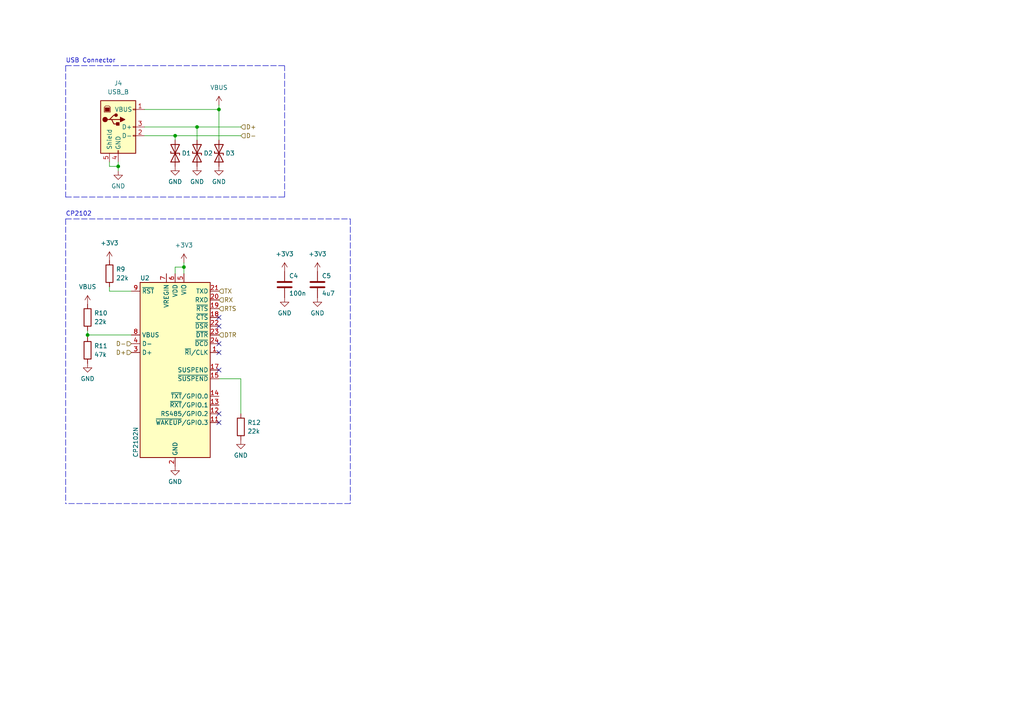
<source format=kicad_sch>
(kicad_sch (version 20211123) (generator eeschema)

  (uuid e8d1532d-81f3-47f2-b3e9-12d824166074)

  (paper "A4")

  (title_block
    (title "TermoPLC - Control Board")
    (date "2023-02-22")
    (rev "2")
    (company "PUT RocketLab")
    (comment 1 "Kacper Kaczmarek")
    (comment 2 "Designed by:")
  )

  (lib_symbols
    (symbol "Connector:USB_B" (pin_names (offset 1.016)) (in_bom yes) (on_board yes)
      (property "Reference" "J" (id 0) (at -5.08 11.43 0)
        (effects (font (size 1.27 1.27)) (justify left))
      )
      (property "Value" "USB_B" (id 1) (at -5.08 8.89 0)
        (effects (font (size 1.27 1.27)) (justify left))
      )
      (property "Footprint" "" (id 2) (at 3.81 -1.27 0)
        (effects (font (size 1.27 1.27)) hide)
      )
      (property "Datasheet" " ~" (id 3) (at 3.81 -1.27 0)
        (effects (font (size 1.27 1.27)) hide)
      )
      (property "ki_keywords" "connector USB" (id 4) (at 0 0 0)
        (effects (font (size 1.27 1.27)) hide)
      )
      (property "ki_description" "USB Type B connector" (id 5) (at 0 0 0)
        (effects (font (size 1.27 1.27)) hide)
      )
      (property "ki_fp_filters" "USB*" (id 6) (at 0 0 0)
        (effects (font (size 1.27 1.27)) hide)
      )
      (symbol "USB_B_0_1"
        (rectangle (start -5.08 -7.62) (end 5.08 7.62)
          (stroke (width 0.254) (type default) (color 0 0 0 0))
          (fill (type background))
        )
        (circle (center -3.81 2.159) (radius 0.635)
          (stroke (width 0.254) (type default) (color 0 0 0 0))
          (fill (type outline))
        )
        (rectangle (start -3.81 5.588) (end -2.54 4.572)
          (stroke (width 0) (type default) (color 0 0 0 0))
          (fill (type outline))
        )
        (circle (center -0.635 3.429) (radius 0.381)
          (stroke (width 0.254) (type default) (color 0 0 0 0))
          (fill (type outline))
        )
        (rectangle (start -0.127 -7.62) (end 0.127 -6.858)
          (stroke (width 0) (type default) (color 0 0 0 0))
          (fill (type none))
        )
        (polyline
          (pts
            (xy -1.905 2.159)
            (xy 0.635 2.159)
          )
          (stroke (width 0.254) (type default) (color 0 0 0 0))
          (fill (type none))
        )
        (polyline
          (pts
            (xy -3.175 2.159)
            (xy -2.54 2.159)
            (xy -1.27 3.429)
            (xy -0.635 3.429)
          )
          (stroke (width 0.254) (type default) (color 0 0 0 0))
          (fill (type none))
        )
        (polyline
          (pts
            (xy -2.54 2.159)
            (xy -1.905 2.159)
            (xy -1.27 0.889)
            (xy 0 0.889)
          )
          (stroke (width 0.254) (type default) (color 0 0 0 0))
          (fill (type none))
        )
        (polyline
          (pts
            (xy 0.635 2.794)
            (xy 0.635 1.524)
            (xy 1.905 2.159)
            (xy 0.635 2.794)
          )
          (stroke (width 0.254) (type default) (color 0 0 0 0))
          (fill (type outline))
        )
        (polyline
          (pts
            (xy -4.064 4.318)
            (xy -2.286 4.318)
            (xy -2.286 5.715)
            (xy -2.667 6.096)
            (xy -3.683 6.096)
            (xy -4.064 5.715)
            (xy -4.064 4.318)
          )
          (stroke (width 0) (type default) (color 0 0 0 0))
          (fill (type none))
        )
        (rectangle (start 0.254 1.27) (end -0.508 0.508)
          (stroke (width 0.254) (type default) (color 0 0 0 0))
          (fill (type outline))
        )
        (rectangle (start 5.08 -2.667) (end 4.318 -2.413)
          (stroke (width 0) (type default) (color 0 0 0 0))
          (fill (type none))
        )
        (rectangle (start 5.08 -0.127) (end 4.318 0.127)
          (stroke (width 0) (type default) (color 0 0 0 0))
          (fill (type none))
        )
        (rectangle (start 5.08 4.953) (end 4.318 5.207)
          (stroke (width 0) (type default) (color 0 0 0 0))
          (fill (type none))
        )
      )
      (symbol "USB_B_1_1"
        (pin power_out line (at 7.62 5.08 180) (length 2.54)
          (name "VBUS" (effects (font (size 1.27 1.27))))
          (number "1" (effects (font (size 1.27 1.27))))
        )
        (pin bidirectional line (at 7.62 -2.54 180) (length 2.54)
          (name "D-" (effects (font (size 1.27 1.27))))
          (number "2" (effects (font (size 1.27 1.27))))
        )
        (pin bidirectional line (at 7.62 0 180) (length 2.54)
          (name "D+" (effects (font (size 1.27 1.27))))
          (number "3" (effects (font (size 1.27 1.27))))
        )
        (pin power_out line (at 0 -10.16 90) (length 2.54)
          (name "GND" (effects (font (size 1.27 1.27))))
          (number "4" (effects (font (size 1.27 1.27))))
        )
        (pin passive line (at -2.54 -10.16 90) (length 2.54)
          (name "Shield" (effects (font (size 1.27 1.27))))
          (number "5" (effects (font (size 1.27 1.27))))
        )
      )
    )
    (symbol "Device:C" (pin_numbers hide) (pin_names (offset 0.254)) (in_bom yes) (on_board yes)
      (property "Reference" "C" (id 0) (at 0.635 2.54 0)
        (effects (font (size 1.27 1.27)) (justify left))
      )
      (property "Value" "C" (id 1) (at 0.635 -2.54 0)
        (effects (font (size 1.27 1.27)) (justify left))
      )
      (property "Footprint" "" (id 2) (at 0.9652 -3.81 0)
        (effects (font (size 1.27 1.27)) hide)
      )
      (property "Datasheet" "~" (id 3) (at 0 0 0)
        (effects (font (size 1.27 1.27)) hide)
      )
      (property "ki_keywords" "cap capacitor" (id 4) (at 0 0 0)
        (effects (font (size 1.27 1.27)) hide)
      )
      (property "ki_description" "Unpolarized capacitor" (id 5) (at 0 0 0)
        (effects (font (size 1.27 1.27)) hide)
      )
      (property "ki_fp_filters" "C_*" (id 6) (at 0 0 0)
        (effects (font (size 1.27 1.27)) hide)
      )
      (symbol "C_0_1"
        (polyline
          (pts
            (xy -2.032 -0.762)
            (xy 2.032 -0.762)
          )
          (stroke (width 0.508) (type default) (color 0 0 0 0))
          (fill (type none))
        )
        (polyline
          (pts
            (xy -2.032 0.762)
            (xy 2.032 0.762)
          )
          (stroke (width 0.508) (type default) (color 0 0 0 0))
          (fill (type none))
        )
      )
      (symbol "C_1_1"
        (pin passive line (at 0 3.81 270) (length 2.794)
          (name "~" (effects (font (size 1.27 1.27))))
          (number "1" (effects (font (size 1.27 1.27))))
        )
        (pin passive line (at 0 -3.81 90) (length 2.794)
          (name "~" (effects (font (size 1.27 1.27))))
          (number "2" (effects (font (size 1.27 1.27))))
        )
      )
    )
    (symbol "Device:D_TVS" (pin_numbers hide) (pin_names (offset 1.016) hide) (in_bom yes) (on_board yes)
      (property "Reference" "D" (id 0) (at 0 2.54 0)
        (effects (font (size 1.27 1.27)))
      )
      (property "Value" "D_TVS" (id 1) (at 0 -2.54 0)
        (effects (font (size 1.27 1.27)))
      )
      (property "Footprint" "" (id 2) (at 0 0 0)
        (effects (font (size 1.27 1.27)) hide)
      )
      (property "Datasheet" "~" (id 3) (at 0 0 0)
        (effects (font (size 1.27 1.27)) hide)
      )
      (property "ki_keywords" "diode TVS thyrector" (id 4) (at 0 0 0)
        (effects (font (size 1.27 1.27)) hide)
      )
      (property "ki_description" "Bidirectional transient-voltage-suppression diode" (id 5) (at 0 0 0)
        (effects (font (size 1.27 1.27)) hide)
      )
      (property "ki_fp_filters" "TO-???* *_Diode_* *SingleDiode* D_*" (id 6) (at 0 0 0)
        (effects (font (size 1.27 1.27)) hide)
      )
      (symbol "D_TVS_0_1"
        (polyline
          (pts
            (xy 1.27 0)
            (xy -1.27 0)
          )
          (stroke (width 0) (type default) (color 0 0 0 0))
          (fill (type none))
        )
        (polyline
          (pts
            (xy 0.508 1.27)
            (xy 0 1.27)
            (xy 0 -1.27)
            (xy -0.508 -1.27)
          )
          (stroke (width 0.254) (type default) (color 0 0 0 0))
          (fill (type none))
        )
        (polyline
          (pts
            (xy -2.54 1.27)
            (xy -2.54 -1.27)
            (xy 2.54 1.27)
            (xy 2.54 -1.27)
            (xy -2.54 1.27)
          )
          (stroke (width 0.254) (type default) (color 0 0 0 0))
          (fill (type none))
        )
      )
      (symbol "D_TVS_1_1"
        (pin passive line (at -3.81 0 0) (length 2.54)
          (name "A1" (effects (font (size 1.27 1.27))))
          (number "1" (effects (font (size 1.27 1.27))))
        )
        (pin passive line (at 3.81 0 180) (length 2.54)
          (name "A2" (effects (font (size 1.27 1.27))))
          (number "2" (effects (font (size 1.27 1.27))))
        )
      )
    )
    (symbol "Device:R" (pin_numbers hide) (pin_names (offset 0)) (in_bom yes) (on_board yes)
      (property "Reference" "R" (id 0) (at 2.032 0 90)
        (effects (font (size 1.27 1.27)))
      )
      (property "Value" "R" (id 1) (at 0 0 90)
        (effects (font (size 1.27 1.27)))
      )
      (property "Footprint" "" (id 2) (at -1.778 0 90)
        (effects (font (size 1.27 1.27)) hide)
      )
      (property "Datasheet" "~" (id 3) (at 0 0 0)
        (effects (font (size 1.27 1.27)) hide)
      )
      (property "ki_keywords" "R res resistor" (id 4) (at 0 0 0)
        (effects (font (size 1.27 1.27)) hide)
      )
      (property "ki_description" "Resistor" (id 5) (at 0 0 0)
        (effects (font (size 1.27 1.27)) hide)
      )
      (property "ki_fp_filters" "R_*" (id 6) (at 0 0 0)
        (effects (font (size 1.27 1.27)) hide)
      )
      (symbol "R_0_1"
        (rectangle (start -1.016 -2.54) (end 1.016 2.54)
          (stroke (width 0.254) (type default) (color 0 0 0 0))
          (fill (type none))
        )
      )
      (symbol "R_1_1"
        (pin passive line (at 0 3.81 270) (length 1.27)
          (name "~" (effects (font (size 1.27 1.27))))
          (number "1" (effects (font (size 1.27 1.27))))
        )
        (pin passive line (at 0 -3.81 90) (length 1.27)
          (name "~" (effects (font (size 1.27 1.27))))
          (number "2" (effects (font (size 1.27 1.27))))
        )
      )
    )
    (symbol "Interface_USB:CP2102N-Axx-xQFN24" (in_bom yes) (on_board yes)
      (property "Reference" "U" (id 0) (at -8.89 26.67 0)
        (effects (font (size 1.27 1.27)))
      )
      (property "Value" "CP2102N-Axx-xQFN24" (id 1) (at 13.97 26.67 0)
        (effects (font (size 1.27 1.27)))
      )
      (property "Footprint" "Package_DFN_QFN:QFN-24-1EP_4x4mm_P0.5mm_EP2.6x2.6mm" (id 2) (at 31.75 -26.67 0)
        (effects (font (size 1.27 1.27)) hide)
      )
      (property "Datasheet" "https://www.silabs.com/documents/public/data-sheets/cp2102n-datasheet.pdf" (id 3) (at 1.27 -19.05 0)
        (effects (font (size 1.27 1.27)) hide)
      )
      (property "ki_keywords" "USB UART bridge" (id 4) (at 0 0 0)
        (effects (font (size 1.27 1.27)) hide)
      )
      (property "ki_description" "USB to UART master bridge, QFN-24" (id 5) (at 0 0 0)
        (effects (font (size 1.27 1.27)) hide)
      )
      (property "ki_fp_filters" "QFN*4x4mm*P0.5mm*" (id 6) (at 0 0 0)
        (effects (font (size 1.27 1.27)) hide)
      )
      (symbol "CP2102N-Axx-xQFN24_0_1"
        (rectangle (start -10.16 25.4) (end 10.16 -25.4)
          (stroke (width 0.254) (type default) (color 0 0 0 0))
          (fill (type background))
        )
      )
      (symbol "CP2102N-Axx-xQFN24_1_1"
        (pin bidirectional line (at 12.7 5.08 180) (length 2.54)
          (name "~{RI}/CLK" (effects (font (size 1.27 1.27))))
          (number "1" (effects (font (size 1.27 1.27))))
        )
        (pin no_connect line (at -10.16 -22.86 0) (length 2.54) hide
          (name "NC" (effects (font (size 1.27 1.27))))
          (number "10" (effects (font (size 1.27 1.27))))
        )
        (pin bidirectional line (at 12.7 -15.24 180) (length 2.54)
          (name "~{WAKEUP}/GPIO.3" (effects (font (size 1.27 1.27))))
          (number "11" (effects (font (size 1.27 1.27))))
        )
        (pin bidirectional line (at 12.7 -12.7 180) (length 2.54)
          (name "RS485/GPIO.2" (effects (font (size 1.27 1.27))))
          (number "12" (effects (font (size 1.27 1.27))))
        )
        (pin bidirectional line (at 12.7 -10.16 180) (length 2.54)
          (name "~{RXT}/GPIO.1" (effects (font (size 1.27 1.27))))
          (number "13" (effects (font (size 1.27 1.27))))
        )
        (pin bidirectional line (at 12.7 -7.62 180) (length 2.54)
          (name "~{TXT}/GPIO.0" (effects (font (size 1.27 1.27))))
          (number "14" (effects (font (size 1.27 1.27))))
        )
        (pin output line (at 12.7 -2.54 180) (length 2.54)
          (name "~{SUSPEND}" (effects (font (size 1.27 1.27))))
          (number "15" (effects (font (size 1.27 1.27))))
        )
        (pin no_connect line (at 10.16 -22.86 180) (length 2.54) hide
          (name "NC" (effects (font (size 1.27 1.27))))
          (number "16" (effects (font (size 1.27 1.27))))
        )
        (pin output line (at 12.7 0 180) (length 2.54)
          (name "SUSPEND" (effects (font (size 1.27 1.27))))
          (number "17" (effects (font (size 1.27 1.27))))
        )
        (pin input line (at 12.7 15.24 180) (length 2.54)
          (name "~{CTS}" (effects (font (size 1.27 1.27))))
          (number "18" (effects (font (size 1.27 1.27))))
        )
        (pin output line (at 12.7 17.78 180) (length 2.54)
          (name "~{RTS}" (effects (font (size 1.27 1.27))))
          (number "19" (effects (font (size 1.27 1.27))))
        )
        (pin power_in line (at 0 -27.94 90) (length 2.54)
          (name "GND" (effects (font (size 1.27 1.27))))
          (number "2" (effects (font (size 1.27 1.27))))
        )
        (pin input line (at 12.7 20.32 180) (length 2.54)
          (name "RXD" (effects (font (size 1.27 1.27))))
          (number "20" (effects (font (size 1.27 1.27))))
        )
        (pin output line (at 12.7 22.86 180) (length 2.54)
          (name "TXD" (effects (font (size 1.27 1.27))))
          (number "21" (effects (font (size 1.27 1.27))))
        )
        (pin input line (at 12.7 12.7 180) (length 2.54)
          (name "~{DSR}" (effects (font (size 1.27 1.27))))
          (number "22" (effects (font (size 1.27 1.27))))
        )
        (pin output line (at 12.7 10.16 180) (length 2.54)
          (name "~{DTR}" (effects (font (size 1.27 1.27))))
          (number "23" (effects (font (size 1.27 1.27))))
        )
        (pin input line (at 12.7 7.62 180) (length 2.54)
          (name "~{DCD}" (effects (font (size 1.27 1.27))))
          (number "24" (effects (font (size 1.27 1.27))))
        )
        (pin passive line (at 0 -27.94 90) (length 2.54) hide
          (name "GND" (effects (font (size 1.27 1.27))))
          (number "25" (effects (font (size 1.27 1.27))))
        )
        (pin bidirectional line (at -12.7 5.08 0) (length 2.54)
          (name "D+" (effects (font (size 1.27 1.27))))
          (number "3" (effects (font (size 1.27 1.27))))
        )
        (pin bidirectional line (at -12.7 7.62 0) (length 2.54)
          (name "D-" (effects (font (size 1.27 1.27))))
          (number "4" (effects (font (size 1.27 1.27))))
        )
        (pin power_in line (at 2.54 27.94 270) (length 2.54)
          (name "VIO" (effects (font (size 1.27 1.27))))
          (number "5" (effects (font (size 1.27 1.27))))
        )
        (pin power_in line (at 0 27.94 270) (length 2.54)
          (name "VDD" (effects (font (size 1.27 1.27))))
          (number "6" (effects (font (size 1.27 1.27))))
        )
        (pin power_in line (at -2.54 27.94 270) (length 2.54)
          (name "VREGIN" (effects (font (size 1.27 1.27))))
          (number "7" (effects (font (size 1.27 1.27))))
        )
        (pin input line (at -12.7 10.16 0) (length 2.54)
          (name "VBUS" (effects (font (size 1.27 1.27))))
          (number "8" (effects (font (size 1.27 1.27))))
        )
        (pin input line (at -12.7 22.86 0) (length 2.54)
          (name "~{RST}" (effects (font (size 1.27 1.27))))
          (number "9" (effects (font (size 1.27 1.27))))
        )
      )
    )
    (symbol "power:+3V3" (power) (pin_names (offset 0)) (in_bom yes) (on_board yes)
      (property "Reference" "#PWR" (id 0) (at 0 -3.81 0)
        (effects (font (size 1.27 1.27)) hide)
      )
      (property "Value" "+3V3" (id 1) (at 0 3.556 0)
        (effects (font (size 1.27 1.27)))
      )
      (property "Footprint" "" (id 2) (at 0 0 0)
        (effects (font (size 1.27 1.27)) hide)
      )
      (property "Datasheet" "" (id 3) (at 0 0 0)
        (effects (font (size 1.27 1.27)) hide)
      )
      (property "ki_keywords" "power-flag" (id 4) (at 0 0 0)
        (effects (font (size 1.27 1.27)) hide)
      )
      (property "ki_description" "Power symbol creates a global label with name \"+3V3\"" (id 5) (at 0 0 0)
        (effects (font (size 1.27 1.27)) hide)
      )
      (symbol "+3V3_0_1"
        (polyline
          (pts
            (xy -0.762 1.27)
            (xy 0 2.54)
          )
          (stroke (width 0) (type default) (color 0 0 0 0))
          (fill (type none))
        )
        (polyline
          (pts
            (xy 0 0)
            (xy 0 2.54)
          )
          (stroke (width 0) (type default) (color 0 0 0 0))
          (fill (type none))
        )
        (polyline
          (pts
            (xy 0 2.54)
            (xy 0.762 1.27)
          )
          (stroke (width 0) (type default) (color 0 0 0 0))
          (fill (type none))
        )
      )
      (symbol "+3V3_1_1"
        (pin power_in line (at 0 0 90) (length 0) hide
          (name "+3V3" (effects (font (size 1.27 1.27))))
          (number "1" (effects (font (size 1.27 1.27))))
        )
      )
    )
    (symbol "power:GND" (power) (pin_names (offset 0)) (in_bom yes) (on_board yes)
      (property "Reference" "#PWR" (id 0) (at 0 -6.35 0)
        (effects (font (size 1.27 1.27)) hide)
      )
      (property "Value" "GND" (id 1) (at 0 -3.81 0)
        (effects (font (size 1.27 1.27)))
      )
      (property "Footprint" "" (id 2) (at 0 0 0)
        (effects (font (size 1.27 1.27)) hide)
      )
      (property "Datasheet" "" (id 3) (at 0 0 0)
        (effects (font (size 1.27 1.27)) hide)
      )
      (property "ki_keywords" "power-flag" (id 4) (at 0 0 0)
        (effects (font (size 1.27 1.27)) hide)
      )
      (property "ki_description" "Power symbol creates a global label with name \"GND\" , ground" (id 5) (at 0 0 0)
        (effects (font (size 1.27 1.27)) hide)
      )
      (symbol "GND_0_1"
        (polyline
          (pts
            (xy 0 0)
            (xy 0 -1.27)
            (xy 1.27 -1.27)
            (xy 0 -2.54)
            (xy -1.27 -1.27)
            (xy 0 -1.27)
          )
          (stroke (width 0) (type default) (color 0 0 0 0))
          (fill (type none))
        )
      )
      (symbol "GND_1_1"
        (pin power_in line (at 0 0 270) (length 0) hide
          (name "GND" (effects (font (size 1.27 1.27))))
          (number "1" (effects (font (size 1.27 1.27))))
        )
      )
    )
    (symbol "power:VBUS" (power) (pin_names (offset 0)) (in_bom yes) (on_board yes)
      (property "Reference" "#PWR" (id 0) (at 0 -3.81 0)
        (effects (font (size 1.27 1.27)) hide)
      )
      (property "Value" "VBUS" (id 1) (at 0 3.81 0)
        (effects (font (size 1.27 1.27)))
      )
      (property "Footprint" "" (id 2) (at 0 0 0)
        (effects (font (size 1.27 1.27)) hide)
      )
      (property "Datasheet" "" (id 3) (at 0 0 0)
        (effects (font (size 1.27 1.27)) hide)
      )
      (property "ki_keywords" "power-flag" (id 4) (at 0 0 0)
        (effects (font (size 1.27 1.27)) hide)
      )
      (property "ki_description" "Power symbol creates a global label with name \"VBUS\"" (id 5) (at 0 0 0)
        (effects (font (size 1.27 1.27)) hide)
      )
      (symbol "VBUS_0_1"
        (polyline
          (pts
            (xy -0.762 1.27)
            (xy 0 2.54)
          )
          (stroke (width 0) (type default) (color 0 0 0 0))
          (fill (type none))
        )
        (polyline
          (pts
            (xy 0 0)
            (xy 0 2.54)
          )
          (stroke (width 0) (type default) (color 0 0 0 0))
          (fill (type none))
        )
        (polyline
          (pts
            (xy 0 2.54)
            (xy 0.762 1.27)
          )
          (stroke (width 0) (type default) (color 0 0 0 0))
          (fill (type none))
        )
      )
      (symbol "VBUS_1_1"
        (pin power_in line (at 0 0 90) (length 0) hide
          (name "VBUS" (effects (font (size 1.27 1.27))))
          (number "1" (effects (font (size 1.27 1.27))))
        )
      )
    )
  )

  (junction (at 57.15 36.83) (diameter 0) (color 0 0 0 0)
    (uuid 10ab5a8d-ed7f-409c-a1d4-22a2b35d39d1)
  )
  (junction (at 50.8 39.37) (diameter 0) (color 0 0 0 0)
    (uuid 3e877043-8449-4792-a6f1-c44cff2894f1)
  )
  (junction (at 63.5 31.75) (diameter 0) (color 0 0 0 0)
    (uuid 8cda020a-ced3-44ec-be6c-0f54aee8ff0b)
  )
  (junction (at 25.4 97.155) (diameter 0) (color 0 0 0 0)
    (uuid ad26eef8-f038-4f91-b73d-9098875a8c69)
  )
  (junction (at 53.34 77.47) (diameter 0) (color 0 0 0 0)
    (uuid cf47b399-ec7f-4ebc-87f7-52c9e7a1dfc7)
  )
  (junction (at 34.29 48.26) (diameter 0) (color 0 0 0 0)
    (uuid efead83c-9fa7-4768-867f-84e7a8196dfc)
  )

  (no_connect (at 63.5 94.615) (uuid 3d48fceb-7bf2-4213-9639-547bcc749137))
  (no_connect (at 63.5 102.235) (uuid 412d61ea-5515-4022-8a42-041aecee45d3))
  (no_connect (at 63.5 99.695) (uuid aabd4d4e-c0c1-4dff-8915-1cfe67c873c3))
  (no_connect (at 63.5 120.015) (uuid aabd4d4e-c0c1-4dff-8915-1cfe67c873c5))
  (no_connect (at 63.5 122.555) (uuid aabd4d4e-c0c1-4dff-8915-1cfe67c873c6))
  (no_connect (at 63.5 107.315) (uuid aabd4d4e-c0c1-4dff-8915-1cfe67c873c9))
  (no_connect (at 63.5 92.075) (uuid d6babea8-3990-4dab-b875-e9e19757c3d2))

  (wire (pts (xy 57.15 36.83) (xy 57.15 40.64))
    (stroke (width 0) (type default) (color 0 0 0 0))
    (uuid 0b39bfc4-477d-4f66-b63d-5ae7734233eb)
  )
  (wire (pts (xy 69.85 120.015) (xy 69.85 109.855))
    (stroke (width 0) (type default) (color 0 0 0 0))
    (uuid 17e3ad1c-f291-4702-a140-1ef75236881c)
  )
  (wire (pts (xy 41.91 31.75) (xy 63.5 31.75))
    (stroke (width 0) (type default) (color 0 0 0 0))
    (uuid 2400d3d1-f559-4c67-ae63-bc30f4161895)
  )
  (polyline (pts (xy 19.05 19.05) (xy 82.55 19.05))
    (stroke (width 0) (type default) (color 0 0 0 0))
    (uuid 2ad704d5-84ef-4f62-b591-e8625c0d616b)
  )

  (wire (pts (xy 57.15 36.83) (xy 69.85 36.83))
    (stroke (width 0) (type default) (color 0 0 0 0))
    (uuid 2f60beed-f299-48bf-a5ea-cc26bcbc5463)
  )
  (wire (pts (xy 50.8 79.375) (xy 50.8 77.47))
    (stroke (width 0) (type default) (color 0 0 0 0))
    (uuid 2fe147f4-e915-4ba7-80df-18a57583518d)
  )
  (wire (pts (xy 25.4 97.155) (xy 25.4 97.79))
    (stroke (width 0) (type default) (color 0 0 0 0))
    (uuid 30c2ec76-21e7-48e3-b0e6-45f0ca210b8b)
  )
  (wire (pts (xy 50.8 39.37) (xy 50.8 40.64))
    (stroke (width 0) (type default) (color 0 0 0 0))
    (uuid 335dde65-c7ca-443d-9ef3-43173615bd12)
  )
  (wire (pts (xy 53.34 77.47) (xy 53.34 79.375))
    (stroke (width 0) (type default) (color 0 0 0 0))
    (uuid 340d7c90-c4c4-442d-8d82-2a18a0f19a3c)
  )
  (wire (pts (xy 50.8 39.37) (xy 69.85 39.37))
    (stroke (width 0) (type default) (color 0 0 0 0))
    (uuid 38f7983e-5258-41ac-b4e8-2e7e5f7df09f)
  )
  (wire (pts (xy 34.29 46.99) (xy 34.29 48.26))
    (stroke (width 0) (type default) (color 0 0 0 0))
    (uuid 395fb972-eeb7-44d1-9aa7-038f777426e9)
  )
  (polyline (pts (xy 82.55 57.15) (xy 82.55 19.05))
    (stroke (width 0) (type default) (color 0 0 0 0))
    (uuid 4d6b8ae5-b672-4902-bbed-596eb874f68a)
  )
  (polyline (pts (xy 19.05 57.15) (xy 82.55 57.15))
    (stroke (width 0) (type default) (color 0 0 0 0))
    (uuid 561ca58b-d3f9-4194-8775-027e3d576f87)
  )

  (wire (pts (xy 53.34 76.2) (xy 53.34 77.47))
    (stroke (width 0) (type default) (color 0 0 0 0))
    (uuid 5df320a7-2296-4ca8-99ff-343756732e67)
  )
  (polyline (pts (xy 19.05 63.5) (xy 19.05 146.05))
    (stroke (width 0) (type default) (color 0 0 0 0))
    (uuid 6963ed08-70bf-40df-a586-67d6a7bcd24d)
  )

  (wire (pts (xy 69.85 109.855) (xy 63.5 109.855))
    (stroke (width 0) (type default) (color 0 0 0 0))
    (uuid 6bd9e2e6-f880-4b95-abeb-a7779526b27c)
  )
  (wire (pts (xy 25.4 97.155) (xy 38.1 97.155))
    (stroke (width 0) (type default) (color 0 0 0 0))
    (uuid 72dcbedd-e54e-4128-b2c2-abf4ca02a61e)
  )
  (polyline (pts (xy 19.05 63.5) (xy 101.6 63.5))
    (stroke (width 0) (type default) (color 0 0 0 0))
    (uuid 80d838af-fb33-4b6f-aea4-c877e5af7aa6)
  )

  (wire (pts (xy 34.29 48.26) (xy 34.29 49.53))
    (stroke (width 0) (type default) (color 0 0 0 0))
    (uuid 8d13c698-ab70-47b5-af2d-0e29da1858c4)
  )
  (polyline (pts (xy 19.05 19.05) (xy 19.05 57.15))
    (stroke (width 0) (type default) (color 0 0 0 0))
    (uuid 9704ae17-fa7d-4d72-9a61-ab7d007680b5)
  )

  (wire (pts (xy 31.75 83.185) (xy 31.75 84.455))
    (stroke (width 0) (type default) (color 0 0 0 0))
    (uuid a1d021cf-69ae-4a28-af4e-885180096cc9)
  )
  (wire (pts (xy 31.75 46.99) (xy 31.75 48.26))
    (stroke (width 0) (type default) (color 0 0 0 0))
    (uuid b796d3e9-55fd-4599-87bf-47fe531ff585)
  )
  (wire (pts (xy 63.5 40.64) (xy 63.5 31.75))
    (stroke (width 0) (type default) (color 0 0 0 0))
    (uuid c707653d-82a1-472f-9701-4492a49b1cd1)
  )
  (wire (pts (xy 63.5 30.48) (xy 63.5 31.75))
    (stroke (width 0) (type default) (color 0 0 0 0))
    (uuid c708eecb-6b96-40d7-bf0c-e61e312c74b5)
  )
  (wire (pts (xy 41.91 39.37) (xy 50.8 39.37))
    (stroke (width 0) (type default) (color 0 0 0 0))
    (uuid ddacf6dc-1b25-4dcf-9024-5ea7cdeca7f0)
  )
  (wire (pts (xy 31.75 48.26) (xy 34.29 48.26))
    (stroke (width 0) (type default) (color 0 0 0 0))
    (uuid e6a3a068-e271-4f24-8e3b-ca11181f00a9)
  )
  (polyline (pts (xy 101.6 63.5) (xy 101.6 146.05))
    (stroke (width 0) (type default) (color 0 0 0 0))
    (uuid ea72e2db-5cf6-4f35-ab1e-0552562c2716)
  )

  (wire (pts (xy 50.8 77.47) (xy 53.34 77.47))
    (stroke (width 0) (type default) (color 0 0 0 0))
    (uuid ebb13f0a-42f6-48cd-9a94-ef15522660fd)
  )
  (polyline (pts (xy 101.6 146.05) (xy 19.05 146.05))
    (stroke (width 0) (type default) (color 0 0 0 0))
    (uuid ed64b22a-e4ef-445e-99ec-e058545db0d8)
  )

  (wire (pts (xy 41.91 36.83) (xy 57.15 36.83))
    (stroke (width 0) (type default) (color 0 0 0 0))
    (uuid ef1f87f3-1084-48de-82a6-ff339a6008dc)
  )
  (wire (pts (xy 31.75 84.455) (xy 38.1 84.455))
    (stroke (width 0) (type default) (color 0 0 0 0))
    (uuid f5e97f2a-9dd0-4038-ab4e-8dad23da91f7)
  )
  (wire (pts (xy 25.4 95.885) (xy 25.4 97.155))
    (stroke (width 0) (type default) (color 0 0 0 0))
    (uuid f886dc29-ec0d-4aab-b144-a54163803b5f)
  )

  (text "USB Connector" (at 19.05 18.415 0)
    (effects (font (size 1.27 1.27)) (justify left bottom))
    (uuid 49b69185-3cce-4b42-9498-79779003f41d)
  )
  (text "CP2102\n" (at 19.05 62.865 0)
    (effects (font (size 1.27 1.27)) (justify left bottom))
    (uuid 5a3dfcf5-6956-4f23-a36e-4d1d725ba284)
  )

  (hierarchical_label "D-" (shape input) (at 69.85 39.37 0)
    (effects (font (size 1.27 1.27)) (justify left))
    (uuid 438430df-1649-46a3-a419-088130febb9c)
  )
  (hierarchical_label "RTS" (shape input) (at 63.5 89.535 0)
    (effects (font (size 1.27 1.27)) (justify left))
    (uuid 5b01e1d2-79fd-4643-afe7-aa89eb7de6b5)
  )
  (hierarchical_label "D+" (shape input) (at 69.85 36.83 0)
    (effects (font (size 1.27 1.27)) (justify left))
    (uuid 658af0de-10b4-458d-a061-00deaed6116c)
  )
  (hierarchical_label "D-" (shape input) (at 38.1 99.695 180)
    (effects (font (size 1.27 1.27)) (justify right))
    (uuid 6ec8c7ef-610b-45d8-8146-ead82c239bd2)
  )
  (hierarchical_label "RX" (shape input) (at 63.5 86.995 0)
    (effects (font (size 1.27 1.27)) (justify left))
    (uuid 80de60ba-856b-46ee-a611-b3235b713adb)
  )
  (hierarchical_label "TX" (shape input) (at 63.5 84.455 0)
    (effects (font (size 1.27 1.27)) (justify left))
    (uuid 93d4ea19-8d15-4398-aaba-5376396bb1e2)
  )
  (hierarchical_label "D+" (shape input) (at 38.1 102.235 180)
    (effects (font (size 1.27 1.27)) (justify right))
    (uuid acd0be26-b0e8-44aa-9a5c-c636891f4063)
  )
  (hierarchical_label "DTR" (shape input) (at 63.5 97.155 0)
    (effects (font (size 1.27 1.27)) (justify left))
    (uuid c44ab769-ae52-4196-af46-060a1a87bae4)
  )

  (symbol (lib_id "power:GND") (at 25.4 105.41 0) (unit 1)
    (in_bom yes) (on_board yes)
    (uuid 00b29985-5731-4a2b-8d80-2a280108e830)
    (property "Reference" "#PWR025" (id 0) (at 25.4 111.76 0)
      (effects (font (size 1.27 1.27)) hide)
    )
    (property "Value" "GND" (id 1) (at 25.4 109.855 0))
    (property "Footprint" "" (id 2) (at 25.4 105.41 0)
      (effects (font (size 1.27 1.27)) hide)
    )
    (property "Datasheet" "" (id 3) (at 25.4 105.41 0)
      (effects (font (size 1.27 1.27)) hide)
    )
    (pin "1" (uuid 036ca618-a344-4be1-a29f-9b0fb4d73e9b))
  )

  (symbol (lib_id "power:GND") (at 69.85 127.635 0) (unit 1)
    (in_bom yes) (on_board yes)
    (uuid 11e9599d-5fd8-482a-9f46-443e7146bf6c)
    (property "Reference" "#PWR026" (id 0) (at 69.85 133.985 0)
      (effects (font (size 1.27 1.27)) hide)
    )
    (property "Value" "GND" (id 1) (at 69.85 132.08 0))
    (property "Footprint" "" (id 2) (at 69.85 127.635 0)
      (effects (font (size 1.27 1.27)) hide)
    )
    (property "Datasheet" "" (id 3) (at 69.85 127.635 0)
      (effects (font (size 1.27 1.27)) hide)
    )
    (pin "1" (uuid f89b44fd-1fe0-4315-acaa-6aedbac4e8d4))
  )

  (symbol (lib_id "power:VBUS") (at 63.5 30.48 0) (unit 1)
    (in_bom yes) (on_board yes) (fields_autoplaced)
    (uuid 133ba276-e6f1-43a1-8f3e-4e5a12c8f438)
    (property "Reference" "#PWR013" (id 0) (at 63.5 34.29 0)
      (effects (font (size 1.27 1.27)) hide)
    )
    (property "Value" "VBUS" (id 1) (at 63.5 25.4 0))
    (property "Footprint" "" (id 2) (at 63.5 30.48 0)
      (effects (font (size 1.27 1.27)) hide)
    )
    (property "Datasheet" "" (id 3) (at 63.5 30.48 0)
      (effects (font (size 1.27 1.27)) hide)
    )
    (pin "1" (uuid a406a292-293e-42c3-bd15-23188aa057e8))
  )

  (symbol (lib_id "power:GND") (at 82.55 86.36 0) (unit 1)
    (in_bom yes) (on_board yes)
    (uuid 2093cc46-4dd8-4a41-a01d-b06d335e8365)
    (property "Reference" "#PWR022" (id 0) (at 82.55 92.71 0)
      (effects (font (size 1.27 1.27)) hide)
    )
    (property "Value" "GND" (id 1) (at 82.55 90.805 0))
    (property "Footprint" "" (id 2) (at 82.55 86.36 0)
      (effects (font (size 1.27 1.27)) hide)
    )
    (property "Datasheet" "" (id 3) (at 82.55 86.36 0)
      (effects (font (size 1.27 1.27)) hide)
    )
    (pin "1" (uuid d31b5bf8-178c-44da-a9b5-b6fd5fd11bd2))
  )

  (symbol (lib_id "power:+3V3") (at 82.55 78.74 0) (unit 1)
    (in_bom yes) (on_board yes) (fields_autoplaced)
    (uuid 273cff59-d8a7-4569-b0d9-51b02388e0c0)
    (property "Reference" "#PWR020" (id 0) (at 82.55 82.55 0)
      (effects (font (size 1.27 1.27)) hide)
    )
    (property "Value" "+3V3" (id 1) (at 82.55 73.66 0))
    (property "Footprint" "" (id 2) (at 82.55 78.74 0)
      (effects (font (size 1.27 1.27)) hide)
    )
    (property "Datasheet" "" (id 3) (at 82.55 78.74 0)
      (effects (font (size 1.27 1.27)) hide)
    )
    (pin "1" (uuid 05d6f052-325e-4e96-980e-d05926936f24))
  )

  (symbol (lib_id "Interface_USB:CP2102N-Axx-xQFN24") (at 50.8 107.315 0) (unit 1)
    (in_bom yes) (on_board yes)
    (uuid 298086ae-ca96-4e7e-a742-6ecd4256b2ea)
    (property "Reference" "U2" (id 0) (at 40.64 80.645 0)
      (effects (font (size 1.27 1.27)) (justify left))
    )
    (property "Value" "CP2102N" (id 1) (at 39.37 132.715 90)
      (effects (font (size 1.27 1.27)) (justify left))
    )
    (property "Footprint" "Package_DFN_QFN:QFN-24-1EP_4x4mm_P0.5mm_EP2.6x2.6mm" (id 2) (at 82.55 133.985 0)
      (effects (font (size 1.27 1.27)) hide)
    )
    (property "Datasheet" "https://www.silabs.com/documents/public/data-sheets/cp2102n-datasheet.pdf" (id 3) (at 52.07 126.365 0)
      (effects (font (size 1.27 1.27)) hide)
    )
    (pin "1" (uuid 1f5d8c50-e7d9-4ff7-a338-5123f2d1909a))
    (pin "10" (uuid 84c6131f-fc93-4a1a-911f-686e940e08f3))
    (pin "11" (uuid 9ea253fe-80ec-4cc3-8995-e491f6304c54))
    (pin "12" (uuid 7bfc74b1-d62f-4a9b-9299-0921847e4603))
    (pin "13" (uuid be836eff-1940-4de1-9bfa-af2665a90b15))
    (pin "14" (uuid 54c248aa-df93-40af-99c1-e95829964cb5))
    (pin "15" (uuid e5efd3bc-0329-4718-9de5-452609643eb8))
    (pin "16" (uuid 25206282-f54b-4cec-9095-90fa1cbedec4))
    (pin "17" (uuid 4442f15e-9c06-433e-a02f-565723564c80))
    (pin "18" (uuid e8ff7a0a-d1f0-4dbf-b34a-7fc426c71888))
    (pin "19" (uuid 5b7ad858-2832-4f7f-ab9b-e37eb55273c9))
    (pin "2" (uuid a91c110e-a332-46f7-b3d6-630f7c811cc9))
    (pin "20" (uuid c6632a27-dd91-4e24-a9d9-258574b77cc9))
    (pin "21" (uuid eff4cf79-9523-4111-b73b-a575def98890))
    (pin "22" (uuid 2923682a-d5f3-461f-bee8-6131c87bafc6))
    (pin "23" (uuid 47187516-7d04-4ca3-bed8-26a75af2fdcf))
    (pin "24" (uuid bfc7e852-a220-449f-8198-1ab09bdd80bd))
    (pin "25" (uuid 14f36905-4713-4a4e-bcb9-60a82c7ebcce))
    (pin "3" (uuid d06ea272-a9ed-47f0-b215-2a5b147954c5))
    (pin "4" (uuid 3e68b20d-81e3-41ab-8bb2-e7549b8fa70a))
    (pin "5" (uuid 1085c630-5070-40cb-b324-3368737dd1ee))
    (pin "6" (uuid 83a10e00-4282-4f70-8e73-e788f350b546))
    (pin "7" (uuid f8385d7d-7608-468b-be8b-bb35d29122ff))
    (pin "8" (uuid 626de7c4-ddb1-4ccf-9dad-dbdd2689e7f5))
    (pin "9" (uuid 58c5022e-d81b-4e19-bfb5-4dcfdf827c70))
  )

  (symbol (lib_id "Device:C") (at 92.075 82.55 0) (unit 1)
    (in_bom yes) (on_board yes)
    (uuid 2c7388cd-06d0-498f-a68d-2883789d3783)
    (property "Reference" "C5" (id 0) (at 93.345 80.01 0)
      (effects (font (size 1.27 1.27)) (justify left))
    )
    (property "Value" "4u7" (id 1) (at 93.345 85.09 0)
      (effects (font (size 1.27 1.27)) (justify left))
    )
    (property "Footprint" "Capacitor_Tantalum_SMD:CP_EIA-3216-18_Kemet-A_Pad1.58x1.35mm_HandSolder" (id 2) (at 93.0402 86.36 0)
      (effects (font (size 1.27 1.27)) hide)
    )
    (property "Datasheet" "~" (id 3) (at 92.075 82.55 0)
      (effects (font (size 1.27 1.27)) hide)
    )
    (pin "1" (uuid 468c27bf-49a5-4c17-9349-b88c09fec8aa))
    (pin "2" (uuid 66ea3d02-f597-46b7-847a-a94c3b34f1d5))
  )

  (symbol (lib_id "power:GND") (at 57.15 48.26 0) (unit 1)
    (in_bom yes) (on_board yes)
    (uuid 4d7fec6b-eb47-41d5-964d-18336f70a488)
    (property "Reference" "#PWR015" (id 0) (at 57.15 54.61 0)
      (effects (font (size 1.27 1.27)) hide)
    )
    (property "Value" "GND" (id 1) (at 57.15 52.705 0))
    (property "Footprint" "" (id 2) (at 57.15 48.26 0)
      (effects (font (size 1.27 1.27)) hide)
    )
    (property "Datasheet" "" (id 3) (at 57.15 48.26 0)
      (effects (font (size 1.27 1.27)) hide)
    )
    (pin "1" (uuid f1458c4e-ab96-4106-b6fa-295c2549b3e7))
  )

  (symbol (lib_id "Device:D_TVS") (at 50.8 44.45 90) (unit 1)
    (in_bom yes) (on_board yes)
    (uuid 4f1e1b1f-55d1-4df8-a7b0-33924ec74fbe)
    (property "Reference" "D1" (id 0) (at 52.705 44.45 90)
      (effects (font (size 1.27 1.27)) (justify right))
    )
    (property "Value" "D_TVS" (id 1) (at 53.34 45.7199 90)
      (effects (font (size 1.27 1.27)) (justify right) hide)
    )
    (property "Footprint" "Diode_SMD:D_SOD-923" (id 2) (at 50.8 44.45 0)
      (effects (font (size 1.27 1.27)) hide)
    )
    (property "Datasheet" "~" (id 3) (at 50.8 44.45 0)
      (effects (font (size 1.27 1.27)) hide)
    )
    (pin "1" (uuid af929be1-fa14-41ac-a76e-80a06d7a7e7e))
    (pin "2" (uuid dd538996-545a-43fe-818a-6b4febd2068c))
  )

  (symbol (lib_id "Connector:USB_B") (at 34.29 36.83 0) (unit 1)
    (in_bom yes) (on_board yes) (fields_autoplaced)
    (uuid 53b6fccd-7524-492f-a0eb-a6f873960f76)
    (property "Reference" "J4" (id 0) (at 34.29 24.13 0))
    (property "Value" "USB_B" (id 1) (at 34.29 26.67 0))
    (property "Footprint" "Connector_USB:USB_B_OST_USB-B1HSxx_Horizontal" (id 2) (at 38.1 38.1 0)
      (effects (font (size 1.27 1.27)) hide)
    )
    (property "Datasheet" " ~" (id 3) (at 38.1 38.1 0)
      (effects (font (size 1.27 1.27)) hide)
    )
    (pin "1" (uuid 8d3eece4-6d47-4207-8d32-c486fea7bdec))
    (pin "2" (uuid 0142bdff-0d86-4ac5-857c-1c839c347861))
    (pin "3" (uuid 962d569c-3172-43f2-8658-a46618e05316))
    (pin "4" (uuid 3cb3f6a8-c5f3-4370-b8be-5c3ebc55f940))
    (pin "5" (uuid f43b9703-d314-4df3-abf5-ef82ac4f34cf))
  )

  (symbol (lib_id "power:GND") (at 63.5 48.26 0) (unit 1)
    (in_bom yes) (on_board yes)
    (uuid 6545a98c-b18b-4170-82c9-0a5cd8b1ef3d)
    (property "Reference" "#PWR016" (id 0) (at 63.5 54.61 0)
      (effects (font (size 1.27 1.27)) hide)
    )
    (property "Value" "GND" (id 1) (at 63.5 52.705 0))
    (property "Footprint" "" (id 2) (at 63.5 48.26 0)
      (effects (font (size 1.27 1.27)) hide)
    )
    (property "Datasheet" "" (id 3) (at 63.5 48.26 0)
      (effects (font (size 1.27 1.27)) hide)
    )
    (pin "1" (uuid f46e3327-e1e8-464b-b235-16225a948c1c))
  )

  (symbol (lib_id "Device:R") (at 25.4 101.6 0) (unit 1)
    (in_bom yes) (on_board yes)
    (uuid 7acb72c8-1af8-4f09-aa0d-897b31ad5ebb)
    (property "Reference" "R11" (id 0) (at 27.305 100.33 0)
      (effects (font (size 1.27 1.27)) (justify left))
    )
    (property "Value" "47k" (id 1) (at 27.305 102.87 0)
      (effects (font (size 1.27 1.27)) (justify left))
    )
    (property "Footprint" "Resistor_SMD:R_0603_1608Metric_Pad0.98x0.95mm_HandSolder" (id 2) (at 23.622 101.6 90)
      (effects (font (size 1.27 1.27)) hide)
    )
    (property "Datasheet" "~" (id 3) (at 25.4 101.6 0)
      (effects (font (size 1.27 1.27)) hide)
    )
    (pin "1" (uuid 3b9baf4b-b942-4274-b292-5fb45bfca76f))
    (pin "2" (uuid 56bedbf9-80cd-4aef-830e-4720463da3a6))
  )

  (symbol (lib_id "power:+3V3") (at 53.34 76.2 0) (unit 1)
    (in_bom yes) (on_board yes) (fields_autoplaced)
    (uuid 864f3fda-d3a4-4343-be75-9966e400beb1)
    (property "Reference" "#PWR019" (id 0) (at 53.34 80.01 0)
      (effects (font (size 1.27 1.27)) hide)
    )
    (property "Value" "+3V3" (id 1) (at 53.34 71.12 0))
    (property "Footprint" "" (id 2) (at 53.34 76.2 0)
      (effects (font (size 1.27 1.27)) hide)
    )
    (property "Datasheet" "" (id 3) (at 53.34 76.2 0)
      (effects (font (size 1.27 1.27)) hide)
    )
    (pin "1" (uuid acd55a43-bc8f-428a-9eef-9b495247dffd))
  )

  (symbol (lib_id "power:GND") (at 50.8 135.255 0) (unit 1)
    (in_bom yes) (on_board yes)
    (uuid 87bafe9c-2605-4d20-a513-43ff41727932)
    (property "Reference" "#PWR027" (id 0) (at 50.8 141.605 0)
      (effects (font (size 1.27 1.27)) hide)
    )
    (property "Value" "GND" (id 1) (at 50.8 139.7 0))
    (property "Footprint" "" (id 2) (at 50.8 135.255 0)
      (effects (font (size 1.27 1.27)) hide)
    )
    (property "Datasheet" "" (id 3) (at 50.8 135.255 0)
      (effects (font (size 1.27 1.27)) hide)
    )
    (pin "1" (uuid 0af45765-8df6-44bb-a27d-0e43c1360fea))
  )

  (symbol (lib_id "power:GND") (at 50.8 48.26 0) (unit 1)
    (in_bom yes) (on_board yes)
    (uuid 95504877-130b-4033-8f17-73fa1bb9fc61)
    (property "Reference" "#PWR014" (id 0) (at 50.8 54.61 0)
      (effects (font (size 1.27 1.27)) hide)
    )
    (property "Value" "GND" (id 1) (at 50.8 52.705 0))
    (property "Footprint" "" (id 2) (at 50.8 48.26 0)
      (effects (font (size 1.27 1.27)) hide)
    )
    (property "Datasheet" "" (id 3) (at 50.8 48.26 0)
      (effects (font (size 1.27 1.27)) hide)
    )
    (pin "1" (uuid ba40f3fb-1b54-4a04-b505-4e0b8344b432))
  )

  (symbol (lib_id "Device:D_TVS") (at 57.15 44.45 90) (unit 1)
    (in_bom yes) (on_board yes)
    (uuid 9f4af674-04d1-44e4-96ea-c75572e4b07c)
    (property "Reference" "D2" (id 0) (at 59.055 44.45 90)
      (effects (font (size 1.27 1.27)) (justify right))
    )
    (property "Value" "D_TVS" (id 1) (at 59.69 45.7199 90)
      (effects (font (size 1.27 1.27)) (justify right) hide)
    )
    (property "Footprint" "Diode_SMD:D_SOD-923" (id 2) (at 57.15 44.45 0)
      (effects (font (size 1.27 1.27)) hide)
    )
    (property "Datasheet" "~" (id 3) (at 57.15 44.45 0)
      (effects (font (size 1.27 1.27)) hide)
    )
    (pin "1" (uuid 5feb53fe-16c3-4de1-826f-1b3bf23594bb))
    (pin "2" (uuid 3ed6fbfe-94ed-4427-ae45-d1ceb13aae73))
  )

  (symbol (lib_id "power:+3V3") (at 92.075 78.74 0) (unit 1)
    (in_bom yes) (on_board yes) (fields_autoplaced)
    (uuid ad9f8dfb-b3b9-45a8-b285-5487ba4a4659)
    (property "Reference" "#PWR021" (id 0) (at 92.075 82.55 0)
      (effects (font (size 1.27 1.27)) hide)
    )
    (property "Value" "+3V3" (id 1) (at 92.075 73.66 0))
    (property "Footprint" "" (id 2) (at 92.075 78.74 0)
      (effects (font (size 1.27 1.27)) hide)
    )
    (property "Datasheet" "" (id 3) (at 92.075 78.74 0)
      (effects (font (size 1.27 1.27)) hide)
    )
    (pin "1" (uuid 7a0f1619-f2bc-463f-a0ee-60d72011d4d5))
  )

  (symbol (lib_id "power:GND") (at 34.29 49.53 0) (unit 1)
    (in_bom yes) (on_board yes)
    (uuid b5a96f4a-02dd-4020-ac76-2da98a8830eb)
    (property "Reference" "#PWR017" (id 0) (at 34.29 55.88 0)
      (effects (font (size 1.27 1.27)) hide)
    )
    (property "Value" "GND" (id 1) (at 34.29 53.975 0))
    (property "Footprint" "" (id 2) (at 34.29 49.53 0)
      (effects (font (size 1.27 1.27)) hide)
    )
    (property "Datasheet" "" (id 3) (at 34.29 49.53 0)
      (effects (font (size 1.27 1.27)) hide)
    )
    (pin "1" (uuid e544d7e5-4cef-48a0-aaf2-5ed95490930d))
  )

  (symbol (lib_id "Device:C") (at 82.55 82.55 180) (unit 1)
    (in_bom yes) (on_board yes)
    (uuid bf34e039-aa36-4ede-91de-ce652c69b333)
    (property "Reference" "C4" (id 0) (at 83.82 80.01 0)
      (effects (font (size 1.27 1.27)) (justify right))
    )
    (property "Value" "100n" (id 1) (at 83.82 85.09 0)
      (effects (font (size 1.27 1.27)) (justify right))
    )
    (property "Footprint" "Capacitor_SMD:C_0603_1608Metric_Pad1.08x0.95mm_HandSolder" (id 2) (at 81.5848 78.74 0)
      (effects (font (size 1.27 1.27)) hide)
    )
    (property "Datasheet" "~" (id 3) (at 82.55 82.55 0)
      (effects (font (size 1.27 1.27)) hide)
    )
    (pin "1" (uuid 44a3829b-ad65-4580-bdf8-0abcc088585e))
    (pin "2" (uuid 05af55e0-bb55-4162-bc43-9e048a794607))
  )

  (symbol (lib_id "Device:D_TVS") (at 63.5 44.45 90) (unit 1)
    (in_bom yes) (on_board yes)
    (uuid c2486563-d7d3-41f9-8cd8-0842aa8f6424)
    (property "Reference" "D3" (id 0) (at 65.405 44.45 90)
      (effects (font (size 1.27 1.27)) (justify right))
    )
    (property "Value" "D_TVS" (id 1) (at 66.04 45.7199 90)
      (effects (font (size 1.27 1.27)) (justify right) hide)
    )
    (property "Footprint" "Diode_SMD:D_SOD-923" (id 2) (at 63.5 44.45 0)
      (effects (font (size 1.27 1.27)) hide)
    )
    (property "Datasheet" "~" (id 3) (at 63.5 44.45 0)
      (effects (font (size 1.27 1.27)) hide)
    )
    (pin "1" (uuid 37e6718c-cae9-4b3f-9aaa-520a48904b69))
    (pin "2" (uuid 652c33df-fb53-4b23-95ba-784faa5db10d))
  )

  (symbol (lib_id "Device:R") (at 31.75 79.375 0) (unit 1)
    (in_bom yes) (on_board yes)
    (uuid d0026634-6be1-40de-8ad4-bb3f0110a494)
    (property "Reference" "R9" (id 0) (at 33.655 78.105 0)
      (effects (font (size 1.27 1.27)) (justify left))
    )
    (property "Value" "22k" (id 1) (at 33.655 80.645 0)
      (effects (font (size 1.27 1.27)) (justify left))
    )
    (property "Footprint" "Resistor_SMD:R_0603_1608Metric_Pad0.98x0.95mm_HandSolder" (id 2) (at 29.972 79.375 90)
      (effects (font (size 1.27 1.27)) hide)
    )
    (property "Datasheet" "~" (id 3) (at 31.75 79.375 0)
      (effects (font (size 1.27 1.27)) hide)
    )
    (pin "1" (uuid 7847d1fc-a82c-4318-9d81-3efbb333dd07))
    (pin "2" (uuid ef5b3c9b-11ca-428d-a8b1-3d9fbd1e5e5f))
  )

  (symbol (lib_id "power:GND") (at 92.075 86.36 0) (unit 1)
    (in_bom yes) (on_board yes)
    (uuid d4f16b41-0f61-4466-a16c-51b640193193)
    (property "Reference" "#PWR023" (id 0) (at 92.075 92.71 0)
      (effects (font (size 1.27 1.27)) hide)
    )
    (property "Value" "GND" (id 1) (at 92.075 90.805 0))
    (property "Footprint" "" (id 2) (at 92.075 86.36 0)
      (effects (font (size 1.27 1.27)) hide)
    )
    (property "Datasheet" "" (id 3) (at 92.075 86.36 0)
      (effects (font (size 1.27 1.27)) hide)
    )
    (pin "1" (uuid ff4b0c3a-869f-462e-b890-3c3e7cf63775))
  )

  (symbol (lib_id "power:+3V3") (at 31.75 75.565 0) (unit 1)
    (in_bom yes) (on_board yes) (fields_autoplaced)
    (uuid d9b97a3c-dd06-4152-b189-8169387592db)
    (property "Reference" "#PWR018" (id 0) (at 31.75 79.375 0)
      (effects (font (size 1.27 1.27)) hide)
    )
    (property "Value" "+3V3" (id 1) (at 31.75 70.485 0))
    (property "Footprint" "" (id 2) (at 31.75 75.565 0)
      (effects (font (size 1.27 1.27)) hide)
    )
    (property "Datasheet" "" (id 3) (at 31.75 75.565 0)
      (effects (font (size 1.27 1.27)) hide)
    )
    (pin "1" (uuid 3a185c80-edd4-41e2-8333-ab5122e9539d))
  )

  (symbol (lib_id "Device:R") (at 69.85 123.825 0) (unit 1)
    (in_bom yes) (on_board yes)
    (uuid e509fcfd-7a0a-44d0-b0a7-6165f81dd909)
    (property "Reference" "R12" (id 0) (at 71.755 122.555 0)
      (effects (font (size 1.27 1.27)) (justify left))
    )
    (property "Value" "22k" (id 1) (at 71.755 125.095 0)
      (effects (font (size 1.27 1.27)) (justify left))
    )
    (property "Footprint" "Resistor_SMD:R_0603_1608Metric_Pad0.98x0.95mm_HandSolder" (id 2) (at 68.072 123.825 90)
      (effects (font (size 1.27 1.27)) hide)
    )
    (property "Datasheet" "~" (id 3) (at 69.85 123.825 0)
      (effects (font (size 1.27 1.27)) hide)
    )
    (pin "1" (uuid 12f96445-9459-452b-b9b7-9d52750528df))
    (pin "2" (uuid a31e4e6e-f5ae-4afc-a5dd-07e5f6d1323c))
  )

  (symbol (lib_id "power:VBUS") (at 25.4 88.265 0) (mirror y) (unit 1)
    (in_bom yes) (on_board yes) (fields_autoplaced)
    (uuid e8e6a320-326f-46a0-886f-dc1a991a4312)
    (property "Reference" "#PWR024" (id 0) (at 25.4 92.075 0)
      (effects (font (size 1.27 1.27)) hide)
    )
    (property "Value" "VBUS" (id 1) (at 25.4 83.185 0))
    (property "Footprint" "" (id 2) (at 25.4 88.265 0)
      (effects (font (size 1.27 1.27)) hide)
    )
    (property "Datasheet" "" (id 3) (at 25.4 88.265 0)
      (effects (font (size 1.27 1.27)) hide)
    )
    (pin "1" (uuid 665519ed-2c22-4123-baef-6b8d7f2cee71))
  )

  (symbol (lib_id "Device:R") (at 25.4 92.075 0) (unit 1)
    (in_bom yes) (on_board yes)
    (uuid f7c7a37c-4931-46d2-b35d-7d5112aaecff)
    (property "Reference" "R10" (id 0) (at 27.305 90.805 0)
      (effects (font (size 1.27 1.27)) (justify left))
    )
    (property "Value" "22k" (id 1) (at 27.305 93.345 0)
      (effects (font (size 1.27 1.27)) (justify left))
    )
    (property "Footprint" "Resistor_SMD:R_0603_1608Metric_Pad0.98x0.95mm_HandSolder" (id 2) (at 23.622 92.075 90)
      (effects (font (size 1.27 1.27)) hide)
    )
    (property "Datasheet" "~" (id 3) (at 25.4 92.075 0)
      (effects (font (size 1.27 1.27)) hide)
    )
    (pin "1" (uuid def4d664-7f17-45d5-9f56-008a487578c9))
    (pin "2" (uuid 070d95ea-7201-459a-b721-9e3431777335))
  )
)

</source>
